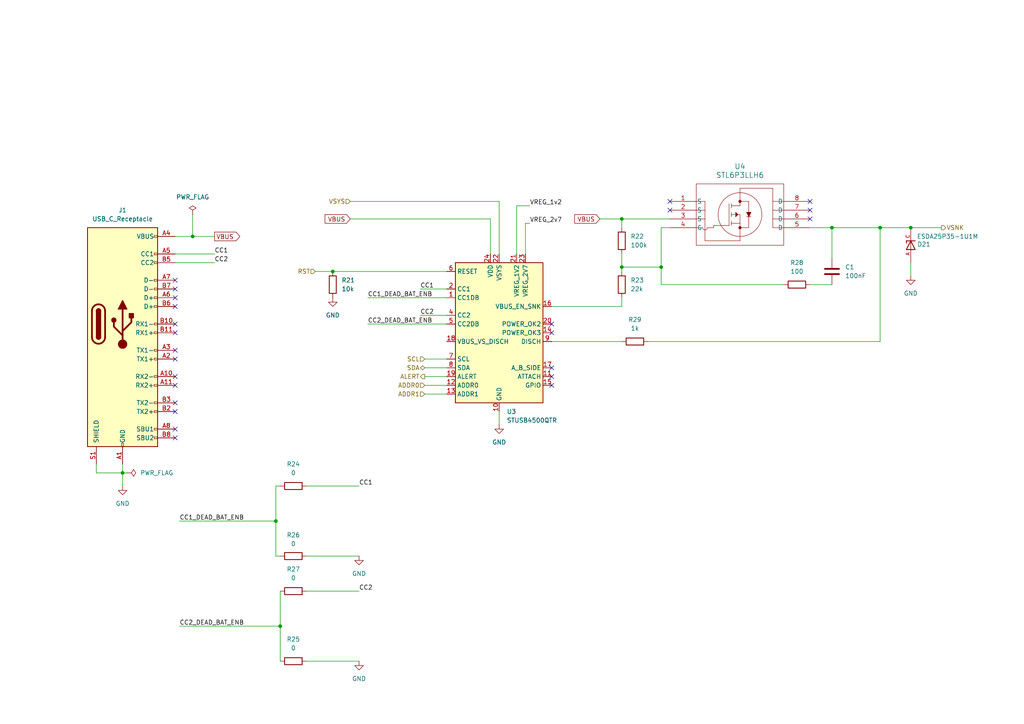
<source format=kicad_sch>
(kicad_sch (version 20231120) (generator "eeschema") (generator_version "8.0")
  (paper "A4")
  (lib_symbols
    (symbol "ASethi_Parts:ESDA25P35-1U1M" (pin_names (offset 1.016))
      (property "Reference" "D" (at -5.0835 2.4159 0))
      (property "Value" "ESDA25P35-1U1M" (at -5.0854 -4.9611 0))
      (symbol "ESDA25P35-1U1M_0_0"
        (polyline (pts (xy -1.27 -1.27) (xy -1.27 0)) (stroke (width 0.254)))
        (polyline (pts (xy -1.27 0) (xy -1.27 1.27)) (stroke (width 0.254)))
        (polyline (pts (xy -1.27 0) (xy 1.27 -1.27)) (stroke (width 0.254)))
        (polyline (pts (xy -0.635 -1.27) (xy -1.27 -1.27)) (stroke (width 0.254)))
        (polyline (pts (xy 1.27 -1.27) (xy 1.27 1.27)) (stroke (width 0.254)))
        (polyline (pts (xy 1.27 1.27) (xy -1.27 0)) (stroke (width 0.254)))
        (pin passive line (at 5.08 0 180) (length 5.08) (name "~") (number "A"))
        (pin passive line (at -5.08 0 0) (length 5.08) (name "~") (number "C"))
      )
    )
    (symbol "ASethi_Parts:STL6P3LLH6" (pin_names (offset 0.254))
      (property "Reference" "U" (at 20.32 10.16 0))
      (property "Value" "STL6P3LLH6" (at 20.32 7.62 0))
      (symbol "STL6P3LLH6_0_1"
        (polyline (pts (xy 7.62 -12.7) (xy 33.02 -12.7)) (stroke (width 0.127)))
        (polyline (pts (xy 7.62 -7.62) (xy 9.525 -7.62)) (stroke (width 0.127)))
        (polyline (pts (xy 7.62 -5.08) (xy 10.16 -5.08)) (stroke (width 0.127)))
        (polyline (pts (xy 7.62 -2.54) (xy 10.16 -2.54)) (stroke (width 0.127)))
        (polyline (pts (xy 7.62 0) (xy 10.16 0)) (stroke (width 0.127)))
        (polyline (pts (xy 7.62 5.08) (xy 7.62 -12.7)) (stroke (width 0.127)))
        (polyline (pts (xy 10.16 -11.43) (xy 20.32 -11.43)) (stroke (width 0.127)))
        (polyline (pts (xy 10.16 0) (xy 10.16 -11.43)) (stroke (width 0.127)))
        (polyline (pts (xy 10.795 -7.62) (xy 12.7 -7.62)) (stroke (width 0.127)))
        (polyline (pts (xy 12.7 -7.62) (xy 12.7 -6.985)) (stroke (width 0.127)))
        (polyline (pts (xy 17.145 -6.985) (xy 12.7 -6.985)) (stroke (width 0.127)))
        (polyline (pts (xy 17.145 -6.985) (xy 17.145 -0.635)) (stroke (width 0.127)))
        (polyline (pts (xy 17.78 -6.35) (xy 20.32 -6.35)) (stroke (width 0.127)))
        (polyline (pts (xy 17.78 -5.715) (xy 17.78 -6.985)) (stroke (width 0.127)))
        (polyline (pts (xy 17.78 -3.175) (xy 17.78 -4.445)) (stroke (width 0.127)))
        (polyline (pts (xy 17.78 -1.27) (xy 20.32 -1.27)) (stroke (width 0.127)))
        (polyline (pts (xy 17.78 -0.635) (xy 17.78 -1.905)) (stroke (width 0.127)))
        (polyline (pts (xy 19.05 -3.175) (xy 19.05 -4.445)) (stroke (width 0.127)))
        (polyline (pts (xy 19.685 -3.81) (xy 19.05 -4.445)) (stroke (width 0.127)))
        (polyline (pts (xy 19.685 -3.81) (xy 19.05 -3.175)) (stroke (width 0.127)))
        (polyline (pts (xy 20.32 -11.43) (xy 20.32 -3.81)) (stroke (width 0.127)))
        (polyline (pts (xy 20.32 -7.62) (xy 22.86 -7.62)) (stroke (width 0.127)))
        (polyline (pts (xy 20.32 -3.81) (xy 17.78 -3.81)) (stroke (width 0.127)))
        (polyline (pts (xy 20.32 -1.27) (xy 20.32 3.81)) (stroke (width 0.127)))
        (polyline (pts (xy 20.32 0) (xy 22.86 0)) (stroke (width 0.127)))
        (polyline (pts (xy 20.32 3.81) (xy 29.845 3.81)) (stroke (width 0.127)))
        (polyline (pts (xy 22.86 -7.62) (xy 22.86 0)) (stroke (width 0.127)))
        (polyline (pts (xy 22.86 -4.445) (xy 22.225 -3.175)) (stroke (width 0.127)))
        (polyline (pts (xy 23.495 -4.445) (xy 22.225 -4.445)) (stroke (width 0.127)))
        (polyline (pts (xy 23.495 -3.175) (xy 22.225 -3.175)) (stroke (width 0.127)))
        (polyline (pts (xy 23.495 -3.175) (xy 22.86 -4.445)) (stroke (width 0.127)))
        (polyline (pts (xy 29.845 -7.62) (xy 29.845 3.81)) (stroke (width 0.127)))
        (polyline (pts (xy 29.845 -5.08) (xy 33.02 -5.08)) (stroke (width 0.127)))
        (polyline (pts (xy 29.845 -2.54) (xy 33.02 -2.54)) (stroke (width 0.127)))
        (polyline (pts (xy 29.845 0) (xy 33.02 0)) (stroke (width 0.127)))
        (polyline (pts (xy 33.02 -12.7) (xy 33.02 5.08)) (stroke (width 0.127)))
        (polyline (pts (xy 33.02 -7.62) (xy 29.845 -7.62)) (stroke (width 0.127)))
        (polyline (pts (xy 33.02 5.08) (xy 7.62 5.08)) (stroke (width 0.127)))
        (polyline (pts (xy 19.05 -3.175) (xy 19.685 -3.81) (xy 19.05 -4.445)) (fill (type outline)))
        (polyline (pts (xy 22.225 -3.175) (xy 23.495 -3.175) (xy 22.86 -4.445)) (fill (type outline)))
        (arc (start 9.525 -7.62) (mid 10.16 -8.2522) (end 10.795 -7.62) (stroke (width 0.127)))
        (circle (center 20.32 -7.62) (radius 0.254) (stroke (width 0.381)))
        (circle (center 20.32 -3.81) (radius 6.35) (stroke (width 0.127)))
        (circle (center 20.32 0) (radius 0.254) (stroke (width 0.381)))
        (pin unspecified line (at 0 0 0) (length 7.62) (name "S") (number "1"))
        (pin unspecified line (at 0 -2.54 0) (length 7.62) (name "S") (number "2"))
        (pin unspecified line (at 0 -5.08 0) (length 7.62) (name "S") (number "3"))
        (pin unspecified line (at 0 -7.62 0) (length 7.62) (name "G") (number "4"))
        (pin unspecified line (at 40.64 -7.62 180) (length 7.62) (name "D") (number "5"))
        (pin unspecified line (at 40.64 -5.08 180) (length 7.62) (name "D") (number "6"))
        (pin unspecified line (at 40.64 -2.54 180) (length 7.62) (name "D") (number "7"))
        (pin unspecified line (at 40.64 0 180) (length 7.62) (name "D") (number "8"))
      )
    )
    (symbol "Connector:USB_C_Receptacle" (pin_names (offset 1.016))
      (property "Reference" "J" (at -10.16 29.21 0))
      (property "Value" "USB_C_Receptacle" (at 10.16 29.21 0))
      (symbol "USB_C_Receptacle_0_0"
        (rectangle (start -0.254 -35.56) (end 0.254 -34.544))
        (rectangle (start 10.16 -32.766) (end 9.144 -33.274))
        (rectangle (start 10.16 -30.226) (end 9.144 -30.734))
        (rectangle (start 10.16 -25.146) (end 9.144 -25.654))
        (rectangle (start 10.16 -22.606) (end 9.144 -23.114))
        (rectangle (start 10.16 -17.526) (end 9.144 -18.034))
        (rectangle (start 10.16 -14.986) (end 9.144 -15.494))
        (rectangle (start 10.16 -9.906) (end 9.144 -10.414))
        (rectangle (start 10.16 -7.366) (end 9.144 -7.874))
        (rectangle (start 10.16 -2.286) (end 9.144 -2.794))
        (rectangle (start 10.16 0.254) (end 9.144 -0.254))
        (rectangle (start 10.16 5.334) (end 9.144 4.826))
        (rectangle (start 10.16 7.874) (end 9.144 7.366))
        (rectangle (start 10.16 10.414) (end 9.144 9.906))
        (rectangle (start 10.16 12.954) (end 9.144 12.446))
        (rectangle (start 10.16 18.034) (end 9.144 17.526))
        (rectangle (start 10.16 20.574) (end 9.144 20.066))
        (rectangle (start 10.16 25.654) (end 9.144 25.146))
      )
      (symbol "USB_C_Receptacle_0_1"
        (rectangle (start -10.16 27.94) (end 10.16 -35.56) (stroke (width 0.254)) (fill (type background)))
        (arc (start -8.89 -3.81) (mid -6.985 -5.7067) (end -5.08 -3.81) (stroke (width 0.508)))
        (arc (start -7.62 -3.81) (mid -6.985 -4.4423) (end -6.35 -3.81) (stroke (width 0.254)))
        (arc (start -7.62 -3.81) (mid -6.985 -4.4423) (end -6.35 -3.81) (stroke (width 0.254)) (fill (type outline)))
        (rectangle (start -7.62 -3.81) (end -6.35 3.81) (stroke (width 0.254)) (fill (type outline)))
        (arc (start -6.35 3.81) (mid -6.985 4.4423) (end -7.62 3.81) (stroke (width 0.254)))
        (arc (start -6.35 3.81) (mid -6.985 4.4423) (end -7.62 3.81) (stroke (width 0.254)) (fill (type outline)))
        (arc (start -5.08 3.81) (mid -6.985 5.7067) (end -8.89 3.81) (stroke (width 0.508)))
        (polyline (pts (xy -8.89 -3.81) (xy -8.89 3.81)) (stroke (width 0.508)))
        (polyline (pts (xy -5.08 3.81) (xy -5.08 -3.81)) (stroke (width 0.508)))
      )
      (symbol "USB_C_Receptacle_1_1"
        (circle (center -2.54 1.143) (radius 0.635) (stroke (width 0.254)) (fill (type outline)))
        (circle (center 0 -5.842) (radius 1.27) (fill (type outline)))
        (polyline (pts (xy 0 -5.842) (xy 0 4.318)) (stroke (width 0.508)))
        (polyline (pts (xy 0 -3.302) (xy -2.54 -0.762) (xy -2.54 0.508)) (stroke (width 0.508)))
        (polyline (pts (xy 0 -2.032) (xy 2.54 0.508) (xy 2.54 1.778)) (stroke (width 0.508)))
        (polyline (pts (xy -1.27 4.318) (xy 0 6.858) (xy 1.27 4.318) (xy -1.27 4.318)) (stroke (width 0.254)) (fill (type outline)))
        (rectangle (start 1.905 1.778) (end 3.175 3.048) (stroke (width 0.254)) (fill (type outline)))
        (pin passive line (at 0 -40.64 90) (length 5.08) (name "GND") (number "A1"))
        (pin bidirectional line (at 15.24 -15.24 180) (length 5.08) (name "RX2-") (number "A10"))
        (pin bidirectional line (at 15.24 -17.78 180) (length 5.08) (name "RX2+") (number "A11"))
        (pin passive line (at 0 -40.64 90) (length 5.08) hide (name "GND") (number "A12"))
        (pin bidirectional line (at 15.24 -10.16 180) (length 5.08) (name "TX1+") (number "A2"))
        (pin bidirectional line (at 15.24 -7.62 180) (length 5.08) (name "TX1-") (number "A3"))
        (pin passive line (at 15.24 25.4 180) (length 5.08) (name "VBUS") (number "A4"))
        (pin bidirectional line (at 15.24 20.32 180) (length 5.08) (name "CC1") (number "A5"))
        (pin bidirectional line (at 15.24 7.62 180) (length 5.08) (name "D+") (number "A6"))
        (pin bidirectional line (at 15.24 12.7 180) (length 5.08) (name "D-") (number "A7"))
        (pin bidirectional line (at 15.24 -30.48 180) (length 5.08) (name "SBU1") (number "A8"))
        (pin passive line (at 15.24 25.4 180) (length 5.08) hide (name "VBUS") (number "A9"))
        (pin passive line (at 0 -40.64 90) (length 5.08) hide (name "GND") (number "B1"))
        (pin bidirectional line (at 15.24 0 180) (length 5.08) (name "RX1-") (number "B10"))
        (pin bidirectional line (at 15.24 -2.54 180) (length 5.08) (name "RX1+") (number "B11"))
        (pin passive line (at 0 -40.64 90) (length 5.08) hide (name "GND") (number "B12"))
        (pin bidirectional line (at 15.24 -25.4 180) (length 5.08) (name "TX2+") (number "B2"))
        (pin bidirectional line (at 15.24 -22.86 180) (length 5.08) (name "TX2-") (number "B3"))
        (pin passive line (at 15.24 25.4 180) (length 5.08) hide (name "VBUS") (number "B4"))
        (pin bidirectional line (at 15.24 17.78 180) (length 5.08) (name "CC2") (number "B5"))
        (pin bidirectional line (at 15.24 5.08 180) (length 5.08) (name "D+") (number "B6"))
        (pin bidirectional line (at 15.24 10.16 180) (length 5.08) (name "D-") (number "B7"))
        (pin bidirectional line (at 15.24 -33.02 180) (length 5.08) (name "SBU2") (number "B8"))
        (pin passive line (at 15.24 25.4 180) (length 5.08) hide (name "VBUS") (number "B9"))
        (pin passive line (at -7.62 -40.64 90) (length 5.08) (name "SHIELD") (number "S1"))
      )
    )
    (symbol "Device:C" (pin_numbers hide) (pin_names (offset 0.254))
      (property "Reference" "C" (at 0.635 2.54 0))
      (property "Value" "C" (at 0.635 -2.54 0))
      (symbol "C_0_1"
        (polyline (pts (xy -2.032 -0.762) (xy 2.032 -0.762)) (stroke (width 0.508)))
        (polyline (pts (xy -2.032 0.762) (xy 2.032 0.762)) (stroke (width 0.508)))
      )
      (symbol "C_1_1"
        (pin passive line (at 0 3.81 270) (length 2.794) (name "~") (number "1"))
        (pin passive line (at 0 -3.81 90) (length 2.794) (name "~") (number "2"))
      )
    )
    (symbol "Device:R" (pin_numbers hide) (pin_names (offset 0))
      (property "Reference" "R" (at 2.032 0 90))
      (property "Value" "R" (at 0 0 90))
      (symbol "R_0_1"
        (rectangle (start -1.016 -2.54) (end 1.016 2.54) (stroke (width 0.254)))
      )
      (symbol "R_1_1"
        (pin passive line (at 0 3.81 270) (length 1.27) (name "~") (number "1"))
        (pin passive line (at 0 -3.81 90) (length 1.27) (name "~") (number "2"))
      )
    )
    (symbol "Interface_USB:STUSB4500QTR"
      (property "Reference" "U" (at -12.7 21.59 0))
      (property "Value" "STUSB4500QTR" (at 8.89 -21.59 0))
      (symbol "STUSB4500QTR_0_1"
        (rectangle (start -12.7 20.32) (end 12.7 -20.32) (stroke (width 0.254)) (fill (type background)))
      )
      (symbol "STUSB4500QTR_1_1"
        (pin bidirectional line (at -15.24 10.16 0) (length 2.54) (name "CC1DB") (number "1"))
        (pin power_in line (at 0 -22.86 90) (length 2.54) (name "GND") (number "10"))
        (pin open_collector line (at 15.24 -12.7 180) (length 2.54) (name "ATTACH") (number "11"))
        (pin input line (at -15.24 -15.24 0) (length 2.54) (name "ADDR0") (number "12"))
        (pin input line (at -15.24 -17.78 0) (length 2.54) (name "ADDR1") (number "13"))
        (pin open_collector line (at 15.24 0 180) (length 2.54) (name "POWER_OK3") (number "14"))
        (pin open_collector line (at 15.24 -15.24 180) (length 2.54) (name "GPIO") (number "15"))
        (pin open_collector line (at 15.24 7.62 180) (length 2.54) (name "VBUS_EN_SNK") (number "16"))
        (pin open_collector line (at 15.24 -10.16 180) (length 2.54) (name "A_B_SIDE") (number "17"))
        (pin input line (at -15.24 -2.54 0) (length 2.54) (name "VBUS_VS_DISCH") (number "18"))
        (pin open_collector line (at -15.24 -12.7 0) (length 2.54) (name "ALERT") (number "19"))
        (pin bidirectional line (at -15.24 12.7 0) (length 2.54) (name "CC1") (number "2"))
        (pin open_collector line (at 15.24 2.54 180) (length 2.54) (name "POWER_OK2") (number "20"))
        (pin power_out line (at 5.08 22.86 270) (length 2.54) (name "VREG_1V2") (number "21"))
        (pin power_in line (at 0 22.86 270) (length 2.54) (name "VSYS") (number "22"))
        (pin power_out line (at 7.62 22.86 270) (length 2.54) (name "VREG_2V7") (number "23"))
        (pin power_in line (at -2.54 22.86 270) (length 2.54) (name "VDD") (number "24"))
        (pin passive line (at 0 -22.86 90) (length 2.54) hide (name "GND") (number "25"))
        (pin no_connect line (at -12.7 15.24 0) (length 2.54) hide (name "NC") (number "3"))
        (pin bidirectional line (at -15.24 5.08 0) (length 2.54) (name "CC2") (number "4"))
        (pin bidirectional line (at -15.24 2.54 0) (length 2.54) (name "CC2DB") (number "5"))
        (pin input line (at -15.24 17.78 0) (length 2.54) (name "RESET") (number "6"))
        (pin input line (at -15.24 -7.62 0) (length 2.54) (name "SCL") (number "7"))
        (pin bidirectional line (at -15.24 -10.16 0) (length 2.54) (name "SDA") (number "8"))
        (pin bidirectional line (at 15.24 -2.54 180) (length 2.54) (name "DISCH") (number "9"))
      )
    )
    (symbol "power:GND" (power) (pin_numbers hide) (pin_names (offset 0) hide)
      (property "Value" "GND" (at 0 -3.81 0))
      (symbol "GND_0_1"
        (polyline (pts (xy 0 0) (xy 0 -1.27) (xy 1.27 -1.27) (xy 0 -2.54) (xy -1.27 -1.27) (xy 0 -1.27)))
      )
      (symbol "GND_1_1"
        (pin power_in line (at 0 0 270) (length 0) (name "~") (number "1"))
      )
    )
    (symbol "power:PWR_FLAG" (power) (pin_numbers hide) (pin_names (offset 0) hide)
      (property "Value" "PWR_FLAG" (at 0 3.81 0))
      (symbol "PWR_FLAG_0_0"
        (pin power_out line (at 0 0 90) (length 0) (name "~") (number "1"))
      )
      (symbol "PWR_FLAG_0_1"
        (polyline (pts (xy 0 0) (xy 0 1.27) (xy -1.016 1.905) (xy 0 2.54) (xy 1.016 1.905) (xy 0 1.27)))
      )
    )
  )
  (junction (at 35.56 137.16))
  (junction (at 180.34 63.5))
  (junction (at 80.01 151.13))
  (junction (at 264.16 66.04))
  (junction (at 55.88 68.58))
  (junction (at 241.3 66.04))
  (junction (at 96.52 78.74))
  (junction (at 180.34 77.47))
  (junction (at 255.27 66.04))
  (junction (at 81.28 181.61))
  (junction (at 191.77 77.47))
  (no_connect (at 50.8 104.14))
  (no_connect (at 50.8 124.46))
  (no_connect (at 234.95 58.42))
  (no_connect (at 234.95 63.5))
  (no_connect (at 50.8 88.9))
  (no_connect (at 50.8 96.52))
  (no_connect (at 50.8 93.98))
  (no_connect (at 194.31 58.42))
  (no_connect (at 50.8 81.28))
  (no_connect (at 160.02 93.98))
  (no_connect (at 160.02 109.22))
  (no_connect (at 50.8 116.84))
  (no_connect (at 50.8 109.22))
  (no_connect (at 50.8 111.76))
  (no_connect (at 50.8 86.36))
  (no_connect (at 50.8 119.38))
  (no_connect (at 194.31 60.96))
  (no_connect (at 160.02 106.68))
  (no_connect (at 234.95 60.96))
  (no_connect (at 50.8 127))
  (no_connect (at 50.8 83.82))
  (no_connect (at 50.8 101.6))
  (no_connect (at 160.02 111.76))
  (no_connect (at 160.02 96.52))
  (wire (pts (xy 123.19 114.3) (xy 129.54 114.3)))
  (wire (pts (xy 50.8 73.66) (xy 62.23 73.66)))
  (wire (pts (xy 187.96 99.06) (xy 255.27 99.06)))
  (wire (pts (xy 123.19 111.76) (xy 129.54 111.76)))
  (wire (pts (xy 50.8 76.2) (xy 62.23 76.2)))
  (wire (pts (xy 80.01 151.13) (xy 80.01 161.29)))
  (wire (pts (xy 35.56 134.62) (xy 35.56 137.16)))
  (wire (pts (xy 234.95 82.55) (xy 241.3 82.55)))
  (wire (pts (xy 121.92 83.82) (xy 129.54 83.82)))
  (wire (pts (xy 152.4 64.77) (xy 152.4 73.66)))
  (wire (pts (xy 27.94 137.16) (xy 35.56 137.16)))
  (wire (pts (xy 50.8 68.58) (xy 55.88 68.58)))
  (wire (pts (xy 106.68 86.36) (xy 129.54 86.36)))
  (wire (pts (xy 191.77 66.04) (xy 191.77 77.47)))
  (wire (pts (xy 101.6 63.5) (xy 142.24 63.5)))
  (wire (pts (xy 180.34 77.47) (xy 191.77 77.47)))
  (wire (pts (xy 142.24 63.5) (xy 142.24 73.66)))
  (wire (pts (xy 180.34 63.5) (xy 194.31 63.5)))
  (wire (pts (xy 80.01 140.97) (xy 81.28 140.97)))
  (wire (pts (xy 153.67 64.77) (xy 152.4 64.77)))
  (wire (pts (xy 88.9 191.77) (xy 104.14 191.77)))
  (wire (pts (xy 123.19 106.68) (xy 129.54 106.68)))
  (wire (pts (xy 96.52 78.74) (xy 129.54 78.74)))
  (wire (pts (xy 88.9 161.29) (xy 104.14 161.29)))
  (wire (pts (xy 80.01 151.13) (xy 52.07 151.13)))
  (wire (pts (xy 123.19 104.14) (xy 129.54 104.14)))
  (wire (pts (xy 255.27 66.04) (xy 264.16 66.04)))
  (wire (pts (xy 241.3 66.04) (xy 241.3 74.93)))
  (wire (pts (xy 35.56 137.16) (xy 36.83 137.16)))
  (wire (pts (xy 144.78 123.19) (xy 144.78 119.38)))
  (wire (pts (xy 80.01 140.97) (xy 80.01 151.13)))
  (wire (pts (xy 160.02 99.06) (xy 180.34 99.06)))
  (wire (pts (xy 52.07 181.61) (xy 81.28 181.61)))
  (wire (pts (xy 173.99 63.5) (xy 180.34 63.5)))
  (wire (pts (xy 191.77 82.55) (xy 191.77 77.47)))
  (wire (pts (xy 35.56 137.16) (xy 35.56 140.97)))
  (wire (pts (xy 55.88 62.23) (xy 55.88 68.58)))
  (wire (pts (xy 88.9 171.45) (xy 104.14 171.45)))
  (wire (pts (xy 27.94 134.62) (xy 27.94 137.16)))
  (wire (pts (xy 255.27 99.06) (xy 255.27 66.04)))
  (wire (pts (xy 180.34 63.5) (xy 180.34 66.04)))
  (wire (pts (xy 191.77 66.04) (xy 194.31 66.04)))
  (wire (pts (xy 255.27 66.04) (xy 241.3 66.04)))
  (wire (pts (xy 88.9 140.97) (xy 104.14 140.97)))
  (wire (pts (xy 149.86 73.66) (xy 149.86 59.69)))
  (wire (pts (xy 234.95 66.04) (xy 241.3 66.04)))
  (wire (pts (xy 180.34 86.36) (xy 180.34 88.9)))
  (wire (pts (xy 101.6 58.42) (xy 144.78 58.42)))
  (wire (pts (xy 144.78 58.42) (xy 144.78 73.66)))
  (wire (pts (xy 227.33 82.55) (xy 191.77 82.55)))
  (wire (pts (xy 264.16 76.2) (xy 264.16 80.01)))
  (wire (pts (xy 264.16 66.04) (xy 273.05 66.04)))
  (wire (pts (xy 91.44 78.74) (xy 96.52 78.74)))
  (wire (pts (xy 180.34 88.9) (xy 160.02 88.9)))
  (wire (pts (xy 55.88 68.58) (xy 62.23 68.58)))
  (wire (pts (xy 81.28 181.61) (xy 81.28 191.77)))
  (wire (pts (xy 106.68 93.98) (xy 129.54 93.98)))
  (wire (pts (xy 180.34 73.66) (xy 180.34 77.47)))
  (wire (pts (xy 81.28 181.61) (xy 81.28 171.45)))
  (wire (pts (xy 80.01 161.29) (xy 81.28 161.29)))
  (wire (pts (xy 149.86 59.69) (xy 153.67 59.69)))
  (wire (pts (xy 180.34 77.47) (xy 180.34 78.74)))
  (wire (pts (xy 121.92 91.44) (xy 129.54 91.44)))
  (wire (pts (xy 123.19 109.22) (xy 129.54 109.22)))
  (label "CC1" (at 104.14 140.97 0))
  (label "CC2_DEAD_BAT_ENB" (at 106.68 93.98 0))
  (label "VREG_2v7" (at 153.67 64.77 0))
  (label "CC2" (at 121.92 91.44 0))
  (label "CC2" (at 104.14 171.45 0))
  (label "CC1_DEAD_BAT_ENB" (at 106.68 86.36 0))
  (label "CC1_DEAD_BAT_ENB" (at 52.07 151.13 0))
  (label "VREG_1v2" (at 153.67 59.69 0))
  (label "CC1" (at 121.92 83.82 0))
  (label "CC2" (at 62.23 76.2 0))
  (label "CC1" (at 62.23 73.66 0))
  (label "CC2_DEAD_BAT_ENB" (at 52.07 181.61 0))
  (global_label "VBUS" (shape output) (at 62.23 68.58 0) (property "Intersheetrefs" "${INTERSHEET_REFS}" (effects (hide yes))))
  (global_label "VBUS" (shape input) (at 101.6 63.5 180) (property "Intersheetrefs" "${INTERSHEET_REFS}" (effects (hide yes))))
  (global_label "VBUS" (shape input) (at 173.99 63.5 180) (property "Intersheetrefs" "${INTERSHEET_REFS}" (effects (hide yes))))
  (hierarchical_label "ADDR0" (shape input) (at 123.19 111.76 180))
  (hierarchical_label "RST" (shape input) (at 91.44 78.74 180))
  (hierarchical_label "SCL" (shape input) (at 123.19 104.14 180))
  (hierarchical_label "VSYS" (shape input) (at 101.6 58.42 180) (property "Description" "This is the low power supply from the system, if there is any. It can be connected directly to a single cell Lithium  battery or to the system power supply delivering 3.3 V or 5 V. It is recommended to connect the pin to ground  when it is not used" (effects (hide yes))))
  (hierarchical_label "ADDR1" (shape input) (at 123.19 114.3 180))
  (hierarchical_label "VSNK" (shape output) (at 273.05 66.04 0))
  (hierarchical_label "ALERT" (shape output) (at 123.19 109.22 180))
  (hierarchical_label "SDA" (shape bidirectional) (at 123.19 106.68 180))
  (symbol (lib_id "Interface_USB:STUSB4500QTR") (at 144.78 96.52 0) (unit 1)
    (property "Reference" "U3" (at 146.9741 119.38 0) (effects (justify left)))
    (property "Value" "STUSB4500QTR" (at 146.9741 121.92 0) (effects (justify left)))
    (property "Footprint" "Package_DFN_QFN:QFN-24-1EP_4x4mm_P0.5mm_EP2.7x2.7mm" (effects (hide yes)))
    (property "Datasheet" "https://www.st.com/resource/en/datasheet/stusb4500.pdf" (effects (hide yes)))
    (property "Description" "Stand-alone USB PD controller (with sink Auto-run mode), QFN-24" (effects (hide yes)))
  )
  (symbol (lib_id "Device:R") (at 184.15 99.06 90) (unit 1)
    (property "Reference" "R29" (at 184.15 92.71 90))
    (property "Value" "1k" (at 184.15 95.25 90))
    (property "Description" "Resistor" (effects (hide yes)))
  )
  (symbol (lib_id "power:PWR_FLAG") (at 55.88 62.23 0) (unit 1)
    (property "Reference" "#FLG02" (effects (hide yes)))
    (property "Value" "PWR_FLAG" (at 55.88 57.15 0))
    (property "Description" "Special symbol for telling ERC where power comes from" (effects (hide yes)))
  )
  (symbol (lib_id "power:GND") (at 144.78 123.19 0) (unit 1)
    (property "Reference" "#PWR05" (effects (hide yes)))
    (property "Value" "GND" (at 144.78 128.27 0))
    (property "Description" "Power symbol creates a global label with name \"GND\" , ground" (effects (hide yes)))
  )
  (symbol (lib_id "Device:R") (at 180.34 69.85 0) (unit 1)
    (property "Reference" "R22" (at 182.88 68.5799 0) (effects (justify left)))
    (property "Value" "100k" (at 182.88 71.1199 0) (effects (justify left)))
    (property "Description" "Resistor" (effects (hide yes)))
  )
  (symbol (lib_id "power:PWR_FLAG") (at 36.83 137.16 270) (unit 1)
    (property "Reference" "#FLG01" (effects (hide yes)))
    (property "Value" "PWR_FLAG" (at 40.64 137.1599 90) (effects (justify left)))
    (property "Description" "Special symbol for telling ERC where power comes from" (effects (hide yes)))
  )
  (symbol (lib_id "power:GND") (at 104.14 191.77 0) (unit 1)
    (property "Reference" "#PWR02" (effects (hide yes)))
    (property "Value" "GND" (at 104.14 196.85 0))
    (property "Description" "Power symbol creates a global label with name \"GND\" , ground" (effects (hide yes)))
  )
  (symbol (lib_id "Device:R") (at 96.52 82.55 0) (unit 1)
    (property "Reference" "R21" (at 99.06 81.2799 0) (effects (justify left)))
    (property "Value" "10k" (at 99.06 83.8199 0) (effects (justify left)))
    (property "Description" "Resistor" (effects (hide yes)))
  )
  (symbol (lib_id "power:GND") (at 264.16 80.01 0) (unit 1)
    (property "Reference" "#PWR07" (effects (hide yes)))
    (property "Value" "GND" (at 264.16 85.09 0))
    (property "Description" "Power symbol creates a global label with name \"GND\" , ground" (effects (hide yes)))
  )
  (symbol (lib_id "Device:R") (at 180.34 82.55 0) (unit 1)
    (property "Reference" "R23" (at 182.88 81.2799 0) (effects (justify left)))
    (property "Value" "22k" (at 182.88 83.8199 0) (effects (justify left)))
    (property "Description" "Resistor" (effects (hide yes)))
  )
  (symbol (lib_id "ASethi_Parts:ESDA25P35-1U1M") (at 264.16 71.12 270) (unit 1)
    (property "Reference" "D21" (at 267.97 70.866 90))
    (property "Value" "ESDA25P35-1U1M" (at 274.828 68.58 90))
    (property "Footprint" "ASethi_Footprints:TVS_ESDA25P35-1U1M" (effects (hide yes)))
    (property "Datasheet" "https://www.st.com/resource/en/datasheet/esda25p35-1u1m.pdf" (effects (hide yes)))
    (property "PARTREV" "2" (effects (hide yes)))
    (property "STANDARD" "Manufacturer Recommendations" (effects (hide yes)))
    (property "MAXIMUM_PACKAGE_HEIGHT" "0.6 mm" (effects (hide yes)))
    (property "MANUFACTURER" "STMicroelectronics" (effects (hide yes)))
  )
  (symbol (lib_id "power:GND") (at 104.14 161.29 0) (unit 1)
    (property "Reference" "#PWR06" (effects (hide yes)))
    (property "Value" "GND" (at 104.14 166.37 0))
    (property "Description" "Power symbol creates a global label with name \"GND\" , ground" (effects (hide yes)))
  )
  (symbol (lib_id "Device:R") (at 85.09 191.77 90) (unit 1)
    (property "Reference" "R25" (at 85.09 185.42 90))
    (property "Value" "0" (at 85.09 187.96 90))
    (property "Description" "Resistor" (effects (hide yes)))
  )
  (symbol (lib_id "Device:R") (at 85.09 161.29 90) (unit 1)
    (property "Reference" "R26" (at 85.09 155.194 90))
    (property "Value" "0" (at 85.09 157.734 90))
    (property "Description" "Resistor" (effects (hide yes)))
  )
  (symbol (lib_id "Connector:USB_C_Receptacle") (at 35.56 93.98 0) (unit 1)
    (property "Reference" "J1" (at 35.56 60.96 0))
    (property "Value" "USB_C_Receptacle" (at 35.56 63.5 0))
    (property "Datasheet" "https://www.usb.org/sites/default/files/documents/usb_type-c.zip" (effects (hide yes)))
    (property "Description" "USB Full-Featured Type-C Receptacle connector" (effects (hide yes)))
  )
  (symbol (lib_id "Device:R") (at 231.14 82.55 90) (unit 1)
    (property "Reference" "R28" (at 231.14 76.2 90))
    (property "Value" "100" (at 231.14 78.74 90))
    (property "Description" "Resistor" (effects (hide yes)))
  )
  (symbol (lib_id "ASethi_Parts:STL6P3LLH6") (at 194.31 58.42 0) (unit 1)
    (property "Reference" "U4" (at 214.63 48.26 0) (effects (font (size 1.524 1.524))))
    (property "Value" "STL6P3LLH6" (at 214.63 50.8 0) (effects (font (size 1.524 1.524))))
    (property "Footprint" "POWERFLAT_3P3X3P3_STM" (effects (hide yes)))
    (property "Datasheet" "https://www.st.com/content/ccc/resource/technical/document/datasheet/3c/90/16/29/a8/76/48/02/DM00064617.pdf/files/DM00064617.pdf/jcr:content/translations/en.DM00064617.pdf" (effects (hide yes)))
    (property "Description" "P-channel 30 V, 24 mΩ typ., 6 A STripFET H6 Power MOSFET   in a PowerFLAT 3.3 x 3.3 package" (effects (hide yes)))
  )
  (symbol (lib_id "Device:R") (at 85.09 171.45 90) (unit 1)
    (property "Reference" "R27" (at 85.09 165.1 90))
    (property "Value" "0" (at 85.09 167.64 90))
    (property "Description" "Resistor" (effects (hide yes)))
  )
  (symbol (lib_id "power:GND") (at 35.56 140.97 0) (unit 1)
    (property "Reference" "#PWR01" (effects (hide yes)))
    (property "Value" "GND" (at 35.56 146.05 0))
    (property "Description" "Power symbol creates a global label with name \"GND\" , ground" (effects (hide yes)))
  )
  (symbol (lib_id "power:GND") (at 96.52 86.36 0) (unit 1)
    (property "Reference" "#PWR04" (effects (hide yes)))
    (property "Value" "GND" (at 96.52 91.44 0))
    (property "Description" "Power symbol creates a global label with name \"GND\" , ground" (effects (hide yes)))
  )
  (symbol (lib_id "Device:R") (at 85.09 140.97 90) (unit 1)
    (property "Reference" "R24" (at 85.09 134.62 90))
    (property "Value" "0" (at 85.09 137.16 90))
    (property "Description" "Resistor" (effects (hide yes)))
  )
  (symbol (lib_id "Device:C") (at 241.3 78.74 0) (unit 1)
    (property "Reference" "C1" (at 245.11 77.4699 0) (effects (justify left)))
    (property "Value" "100nF" (at 245.11 80.0099 0) (effects (justify left)))
    (property "Description" "Unpolarized capacitor" (effects (hide yes)))
  )
)
</source>
